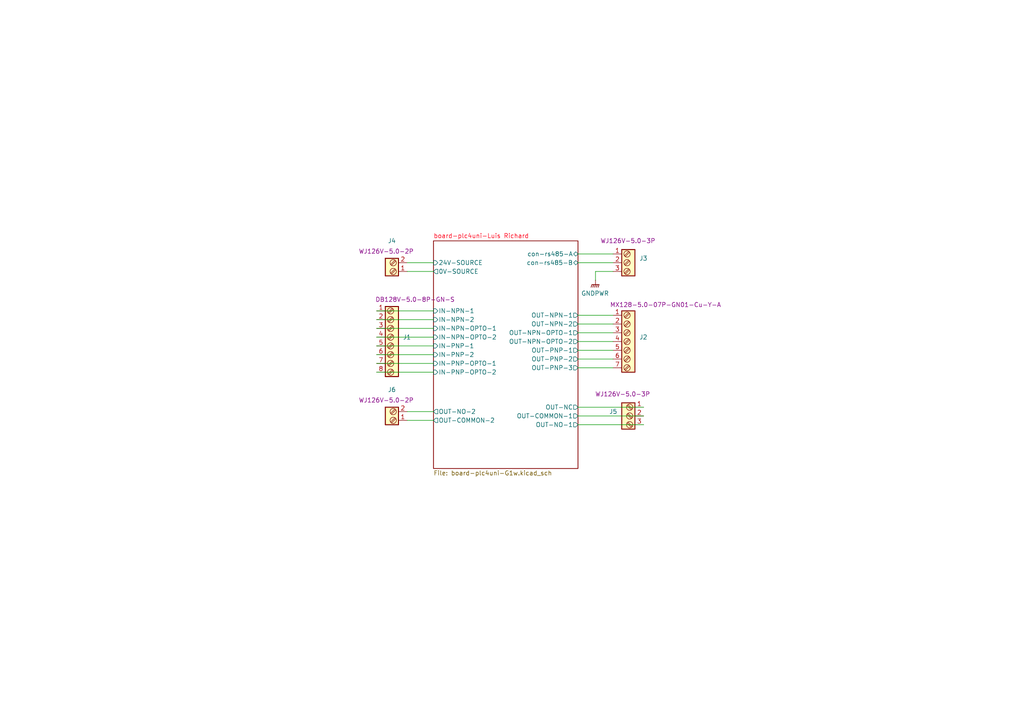
<source format=kicad_sch>
(kicad_sch
	(version 20250114)
	(generator "eeschema")
	(generator_version "9.0")
	(uuid "e17328de-3c60-4e8f-9f9b-3bd1344a1139")
	(paper "A4")
	(lib_symbols
		(symbol "PCM_SL_Screw_Terminal:Screw_Terminal_2_P5.00mm"
			(exclude_from_sim no)
			(in_bom yes)
			(on_board yes)
			(property "Reference" "J"
				(at 0 3.81 0)
				(effects
					(font
						(size 1.27 1.27)
					)
				)
			)
			(property "Value" "Screw_Terminal_2_P5.00mm"
				(at 0 -3.81 0)
				(effects
					(font
						(size 1.27 1.27)
					)
				)
			)
			(property "Footprint" "TerminalBlock_Phoenix:TerminalBlock_Phoenix_PT-1,5-2-5.0-H_1x02_P5.00mm_Horizontal"
				(at 1.27 -6.35 0)
				(effects
					(font
						(size 1.27 1.27)
					)
					(hide yes)
				)
			)
			(property "Datasheet" ""
				(at 0 0 0)
				(effects
					(font
						(size 1.27 1.27)
					)
					(hide yes)
				)
			)
			(property "Description" ""
				(at 0 0 0)
				(effects
					(font
						(size 1.27 1.27)
					)
					(hide yes)
				)
			)
			(property "ki_keywords" "Screw Terminal"
				(at 0 0 0)
				(effects
					(font
						(size 1.27 1.27)
					)
					(hide yes)
				)
			)
			(symbol "Screw_Terminal_2_P5.00mm_0_1"
				(rectangle
					(start -1.27 2.54)
					(end 2.54 -2.54)
					(stroke
						(width 0.3)
						(type default)
					)
					(fill
						(type background)
					)
				)
				(polyline
					(pts
						(xy -0.254 0.508) (xy 1.016 1.778)
					)
					(stroke
						(width 0)
						(type default)
					)
					(fill
						(type none)
					)
				)
				(polyline
					(pts
						(xy -0.254 -2.032) (xy 1.016 -0.762)
					)
					(stroke
						(width 0)
						(type default)
					)
					(fill
						(type none)
					)
				)
				(polyline
					(pts
						(xy 0 1.27) (xy -0.508 0.762) (xy 0.762 2.032)
					)
					(stroke
						(width 0)
						(type default)
					)
					(fill
						(type none)
					)
				)
				(polyline
					(pts
						(xy 0 -1.27) (xy -0.508 -1.778) (xy 0.762 -0.508)
					)
					(stroke
						(width 0)
						(type default)
					)
					(fill
						(type none)
					)
				)
				(circle
					(center 0.254 1.27)
					(radius 0.9158)
					(stroke
						(width 0)
						(type default)
					)
					(fill
						(type none)
					)
				)
				(circle
					(center 0.254 -1.27)
					(radius 0.9158)
					(stroke
						(width 0)
						(type default)
					)
					(fill
						(type none)
					)
				)
			)
			(symbol "Screw_Terminal_2_P5.00mm_1_1"
				(pin passive line
					(at -3.81 1.27 0)
					(length 2.54)
					(name ""
						(effects
							(font
								(size 1.27 1.27)
							)
						)
					)
					(number "1"
						(effects
							(font
								(size 1.27 1.27)
							)
						)
					)
				)
				(pin passive line
					(at -3.81 -1.27 0)
					(length 2.54)
					(name ""
						(effects
							(font
								(size 1.27 1.27)
							)
						)
					)
					(number "2"
						(effects
							(font
								(size 1.27 1.27)
							)
						)
					)
				)
			)
			(embedded_fonts no)
		)
		(symbol "PCM_SL_Screw_Terminal:Screw_Terminal_3_P5.00mm"
			(exclude_from_sim no)
			(in_bom yes)
			(on_board yes)
			(property "Reference" "J"
				(at 0 5.842 0)
				(effects
					(font
						(size 1.27 1.27)
					)
				)
			)
			(property "Value" "Screw_Terminal_3_P5.00mm"
				(at 1.27 -5.588 0)
				(effects
					(font
						(size 1.27 1.27)
					)
				)
			)
			(property "Footprint" "TerminalBlock_Phoenix:TerminalBlock_Phoenix_PT-1,5-3-5.0-H_1x03_P5.00mm_Horizontal"
				(at 1.27 -7.62 0)
				(effects
					(font
						(size 1.27 1.27)
					)
					(hide yes)
				)
			)
			(property "Datasheet" ""
				(at 0 1.27 0)
				(effects
					(font
						(size 1.27 1.27)
					)
					(hide yes)
				)
			)
			(property "Description" ""
				(at 0 0 0)
				(effects
					(font
						(size 1.27 1.27)
					)
					(hide yes)
				)
			)
			(symbol "Screw_Terminal_3_P5.00mm_0_1"
				(rectangle
					(start -1.27 3.81)
					(end 2.54 -3.81)
					(stroke
						(width 0.3)
						(type default)
					)
					(fill
						(type background)
					)
				)
				(polyline
					(pts
						(xy -0.254 1.778) (xy 1.016 3.048)
					)
					(stroke
						(width 0)
						(type default)
					)
					(fill
						(type none)
					)
				)
				(polyline
					(pts
						(xy -0.254 -0.762) (xy 1.016 0.508)
					)
					(stroke
						(width 0)
						(type default)
					)
					(fill
						(type none)
					)
				)
				(polyline
					(pts
						(xy -0.254 -3.302) (xy 1.016 -2.032)
					)
					(stroke
						(width 0)
						(type default)
					)
					(fill
						(type none)
					)
				)
				(polyline
					(pts
						(xy 0 2.54) (xy -0.508 2.032) (xy 0.762 3.302)
					)
					(stroke
						(width 0)
						(type default)
					)
					(fill
						(type none)
					)
				)
				(polyline
					(pts
						(xy 0 0) (xy -0.508 -0.508) (xy 0.762 0.762)
					)
					(stroke
						(width 0)
						(type default)
					)
					(fill
						(type none)
					)
				)
				(polyline
					(pts
						(xy 0 -2.54) (xy -0.508 -3.048) (xy 0.762 -1.778)
					)
					(stroke
						(width 0)
						(type default)
					)
					(fill
						(type none)
					)
				)
				(circle
					(center 0.254 2.54)
					(radius 0.9158)
					(stroke
						(width 0)
						(type default)
					)
					(fill
						(type none)
					)
				)
				(circle
					(center 0.254 0)
					(radius 0.9158)
					(stroke
						(width 0)
						(type default)
					)
					(fill
						(type none)
					)
				)
				(circle
					(center 0.254 -2.54)
					(radius 0.9158)
					(stroke
						(width 0)
						(type default)
					)
					(fill
						(type none)
					)
				)
			)
			(symbol "Screw_Terminal_3_P5.00mm_1_1"
				(pin passive line
					(at -3.81 2.54 0)
					(length 2.54)
					(name ""
						(effects
							(font
								(size 1.27 1.27)
							)
						)
					)
					(number "1"
						(effects
							(font
								(size 1.27 1.27)
							)
						)
					)
				)
				(pin passive line
					(at -3.81 0 0)
					(length 2.54)
					(name ""
						(effects
							(font
								(size 1.27 1.27)
							)
						)
					)
					(number "2"
						(effects
							(font
								(size 1.27 1.27)
							)
						)
					)
				)
				(pin passive line
					(at -3.81 -2.54 0)
					(length 2.54)
					(name ""
						(effects
							(font
								(size 1.27 1.27)
							)
						)
					)
					(number "3"
						(effects
							(font
								(size 1.27 1.27)
							)
						)
					)
				)
			)
			(embedded_fonts no)
		)
		(symbol "PCM_SL_Screw_Terminal:Screw_Terminal_7_P5.00mm"
			(exclude_from_sim no)
			(in_bom yes)
			(on_board yes)
			(property "Reference" "J"
				(at 0 10.16 0)
				(effects
					(font
						(size 1.27 1.27)
					)
				)
			)
			(property "Value" "Screw_Terminal_7_P5.00mm"
				(at 1.27 -10.16 0)
				(effects
					(font
						(size 1.27 1.27)
					)
				)
			)
			(property "Footprint" "TerminalBlock_Phoenix:TerminalBlock_Phoenix_PT-1,5-7-5.0-H_1x07_P5.00mm_Horizontal"
				(at 1.27 -12.7 0)
				(effects
					(font
						(size 1.27 1.27)
					)
					(hide yes)
				)
			)
			(property "Datasheet" ""
				(at 0 6.35 0)
				(effects
					(font
						(size 1.27 1.27)
					)
					(hide yes)
				)
			)
			(property "Description" ""
				(at 0 0 0)
				(effects
					(font
						(size 1.27 1.27)
					)
					(hide yes)
				)
			)
			(symbol "Screw_Terminal_7_P5.00mm_0_1"
				(rectangle
					(start -1.27 8.89)
					(end 2.54 -8.89)
					(stroke
						(width 0.3)
						(type default)
					)
					(fill
						(type background)
					)
				)
				(polyline
					(pts
						(xy -0.254 6.858) (xy 1.016 8.128)
					)
					(stroke
						(width 0)
						(type default)
					)
					(fill
						(type none)
					)
				)
				(polyline
					(pts
						(xy -0.254 4.318) (xy 1.016 5.588)
					)
					(stroke
						(width 0)
						(type default)
					)
					(fill
						(type none)
					)
				)
				(polyline
					(pts
						(xy -0.254 1.778) (xy 1.016 3.048)
					)
					(stroke
						(width 0)
						(type default)
					)
					(fill
						(type none)
					)
				)
				(polyline
					(pts
						(xy -0.254 -0.762) (xy 1.016 0.508)
					)
					(stroke
						(width 0)
						(type default)
					)
					(fill
						(type none)
					)
				)
				(polyline
					(pts
						(xy -0.254 -3.302) (xy 1.016 -2.032)
					)
					(stroke
						(width 0)
						(type default)
					)
					(fill
						(type none)
					)
				)
				(polyline
					(pts
						(xy -0.254 -5.842) (xy 1.016 -4.572)
					)
					(stroke
						(width 0)
						(type default)
					)
					(fill
						(type none)
					)
				)
				(polyline
					(pts
						(xy -0.254 -8.382) (xy 1.016 -7.112)
					)
					(stroke
						(width 0)
						(type default)
					)
					(fill
						(type none)
					)
				)
				(polyline
					(pts
						(xy 0 7.62) (xy -0.508 7.112) (xy 0.762 8.382)
					)
					(stroke
						(width 0)
						(type default)
					)
					(fill
						(type none)
					)
				)
				(polyline
					(pts
						(xy 0 5.08) (xy -0.508 4.572) (xy 0.762 5.842)
					)
					(stroke
						(width 0)
						(type default)
					)
					(fill
						(type none)
					)
				)
				(polyline
					(pts
						(xy 0 2.54) (xy -0.508 2.032) (xy 0.762 3.302)
					)
					(stroke
						(width 0)
						(type default)
					)
					(fill
						(type none)
					)
				)
				(polyline
					(pts
						(xy 0 0) (xy -0.508 -0.508) (xy 0.762 0.762)
					)
					(stroke
						(width 0)
						(type default)
					)
					(fill
						(type none)
					)
				)
				(polyline
					(pts
						(xy 0 -2.54) (xy -0.508 -3.048) (xy 0.762 -1.778)
					)
					(stroke
						(width 0)
						(type default)
					)
					(fill
						(type none)
					)
				)
				(polyline
					(pts
						(xy 0 -5.08) (xy -0.508 -5.588) (xy 0.762 -4.318)
					)
					(stroke
						(width 0)
						(type default)
					)
					(fill
						(type none)
					)
				)
				(polyline
					(pts
						(xy 0 -7.62) (xy -0.508 -8.128) (xy 0.762 -6.858)
					)
					(stroke
						(width 0)
						(type default)
					)
					(fill
						(type none)
					)
				)
				(circle
					(center 0.254 7.62)
					(radius 0.9158)
					(stroke
						(width 0)
						(type default)
					)
					(fill
						(type none)
					)
				)
				(circle
					(center 0.254 5.08)
					(radius 0.9158)
					(stroke
						(width 0)
						(type default)
					)
					(fill
						(type none)
					)
				)
				(circle
					(center 0.254 2.54)
					(radius 0.9158)
					(stroke
						(width 0)
						(type default)
					)
					(fill
						(type none)
					)
				)
				(circle
					(center 0.254 0)
					(radius 0.9158)
					(stroke
						(width 0)
						(type default)
					)
					(fill
						(type none)
					)
				)
				(circle
					(center 0.254 -2.54)
					(radius 0.9158)
					(stroke
						(width 0)
						(type default)
					)
					(fill
						(type none)
					)
				)
				(circle
					(center 0.254 -5.08)
					(radius 0.9158)
					(stroke
						(width 0)
						(type default)
					)
					(fill
						(type none)
					)
				)
				(circle
					(center 0.254 -7.62)
					(radius 0.9158)
					(stroke
						(width 0)
						(type default)
					)
					(fill
						(type none)
					)
				)
			)
			(symbol "Screw_Terminal_7_P5.00mm_1_1"
				(pin passive line
					(at -3.81 7.62 0)
					(length 2.54)
					(name ""
						(effects
							(font
								(size 1.27 1.27)
							)
						)
					)
					(number "1"
						(effects
							(font
								(size 1.27 1.27)
							)
						)
					)
				)
				(pin passive line
					(at -3.81 5.08 0)
					(length 2.54)
					(name ""
						(effects
							(font
								(size 1.27 1.27)
							)
						)
					)
					(number "2"
						(effects
							(font
								(size 1.27 1.27)
							)
						)
					)
				)
				(pin passive line
					(at -3.81 2.54 0)
					(length 2.54)
					(name ""
						(effects
							(font
								(size 1.27 1.27)
							)
						)
					)
					(number "3"
						(effects
							(font
								(size 1.27 1.27)
							)
						)
					)
				)
				(pin passive line
					(at -3.81 0 0)
					(length 2.54)
					(name ""
						(effects
							(font
								(size 1.27 1.27)
							)
						)
					)
					(number "4"
						(effects
							(font
								(size 1.27 1.27)
							)
						)
					)
				)
				(pin passive line
					(at -3.81 -2.54 0)
					(length 2.54)
					(name ""
						(effects
							(font
								(size 1.27 1.27)
							)
						)
					)
					(number "5"
						(effects
							(font
								(size 1.27 1.27)
							)
						)
					)
				)
				(pin passive line
					(at -3.81 -5.08 0)
					(length 2.54)
					(name ""
						(effects
							(font
								(size 1.27 1.27)
							)
						)
					)
					(number "6"
						(effects
							(font
								(size 1.27 1.27)
							)
						)
					)
				)
				(pin passive line
					(at -3.81 -7.62 0)
					(length 2.54)
					(name ""
						(effects
							(font
								(size 1.27 1.27)
							)
						)
					)
					(number "7"
						(effects
							(font
								(size 1.27 1.27)
							)
						)
					)
				)
			)
			(embedded_fonts no)
		)
		(symbol "PCM_SL_Screw_Terminal:Screw_Terminal_8_P5.00mm"
			(exclude_from_sim no)
			(in_bom yes)
			(on_board yes)
			(property "Reference" "J"
				(at 0 11.43 0)
				(effects
					(font
						(size 1.27 1.27)
					)
				)
			)
			(property "Value" "Screw_Terminal_8_P5.00mm"
				(at 1.27 -11.43 0)
				(effects
					(font
						(size 1.27 1.27)
					)
				)
			)
			(property "Footprint" "TerminalBlock_Phoenix:TerminalBlock_Phoenix_PT-1,5-8-5.0-H_1x08_P5.00mm_Horizontal"
				(at 1.27 -13.97 0)
				(effects
					(font
						(size 1.27 1.27)
					)
					(hide yes)
				)
			)
			(property "Datasheet" ""
				(at 0 7.62 0)
				(effects
					(font
						(size 1.27 1.27)
					)
					(hide yes)
				)
			)
			(property "Description" ""
				(at 0 0 0)
				(effects
					(font
						(size 1.27 1.27)
					)
					(hide yes)
				)
			)
			(symbol "Screw_Terminal_8_P5.00mm_0_1"
				(rectangle
					(start -1.27 10.16)
					(end 2.54 -10.16)
					(stroke
						(width 0.3)
						(type default)
					)
					(fill
						(type background)
					)
				)
				(polyline
					(pts
						(xy -0.254 8.128) (xy 1.016 9.398)
					)
					(stroke
						(width 0)
						(type default)
					)
					(fill
						(type none)
					)
				)
				(polyline
					(pts
						(xy -0.254 5.588) (xy 1.016 6.858)
					)
					(stroke
						(width 0)
						(type default)
					)
					(fill
						(type none)
					)
				)
				(polyline
					(pts
						(xy -0.254 3.048) (xy 1.016 4.318)
					)
					(stroke
						(width 0)
						(type default)
					)
					(fill
						(type none)
					)
				)
				(polyline
					(pts
						(xy -0.254 0.508) (xy 1.016 1.778)
					)
					(stroke
						(width 0)
						(type default)
					)
					(fill
						(type none)
					)
				)
				(polyline
					(pts
						(xy -0.254 -2.032) (xy 1.016 -0.762)
					)
					(stroke
						(width 0)
						(type default)
					)
					(fill
						(type none)
					)
				)
				(polyline
					(pts
						(xy -0.254 -4.572) (xy 1.016 -3.302)
					)
					(stroke
						(width 0)
						(type default)
					)
					(fill
						(type none)
					)
				)
				(polyline
					(pts
						(xy -0.254 -7.112) (xy 1.016 -5.842)
					)
					(stroke
						(width 0)
						(type default)
					)
					(fill
						(type none)
					)
				)
				(polyline
					(pts
						(xy -0.254 -9.652) (xy 1.016 -8.382)
					)
					(stroke
						(width 0)
						(type default)
					)
					(fill
						(type none)
					)
				)
				(polyline
					(pts
						(xy 0 8.89) (xy -0.508 8.382) (xy 0.762 9.652)
					)
					(stroke
						(width 0)
						(type default)
					)
					(fill
						(type none)
					)
				)
				(polyline
					(pts
						(xy 0 6.35) (xy -0.508 5.842) (xy 0.762 7.112)
					)
					(stroke
						(width 0)
						(type default)
					)
					(fill
						(type none)
					)
				)
				(polyline
					(pts
						(xy 0 3.81) (xy -0.508 3.302) (xy 0.762 4.572)
					)
					(stroke
						(width 0)
						(type default)
					)
					(fill
						(type none)
					)
				)
				(polyline
					(pts
						(xy 0 1.27) (xy -0.508 0.762) (xy 0.762 2.032)
					)
					(stroke
						(width 0)
						(type default)
					)
					(fill
						(type none)
					)
				)
				(polyline
					(pts
						(xy 0 -1.27) (xy -0.508 -1.778) (xy 0.762 -0.508)
					)
					(stroke
						(width 0)
						(type default)
					)
					(fill
						(type none)
					)
				)
				(polyline
					(pts
						(xy 0 -3.81) (xy -0.508 -4.318) (xy 0.762 -3.048)
					)
					(stroke
						(width 0)
						(type default)
					)
					(fill
						(type none)
					)
				)
				(polyline
					(pts
						(xy 0 -6.35) (xy -0.508 -6.858) (xy 0.762 -5.588)
					)
					(stroke
						(width 0)
						(type default)
					)
					(fill
						(type none)
					)
				)
				(polyline
					(pts
						(xy 0 -8.89) (xy -0.508 -9.398) (xy 0.762 -8.128)
					)
					(stroke
						(width 0)
						(type default)
					)
					(fill
						(type none)
					)
				)
				(circle
					(center 0.254 8.89)
					(radius 0.9158)
					(stroke
						(width 0)
						(type default)
					)
					(fill
						(type none)
					)
				)
				(circle
					(center 0.254 6.35)
					(radius 0.9158)
					(stroke
						(width 0)
						(type default)
					)
					(fill
						(type none)
					)
				)
				(circle
					(center 0.254 3.81)
					(radius 0.9158)
					(stroke
						(width 0)
						(type default)
					)
					(fill
						(type none)
					)
				)
				(circle
					(center 0.254 1.27)
					(radius 0.9158)
					(stroke
						(width 0)
						(type default)
					)
					(fill
						(type none)
					)
				)
				(circle
					(center 0.254 -1.27)
					(radius 0.9158)
					(stroke
						(width 0)
						(type default)
					)
					(fill
						(type none)
					)
				)
				(circle
					(center 0.254 -3.81)
					(radius 0.9158)
					(stroke
						(width 0)
						(type default)
					)
					(fill
						(type none)
					)
				)
				(circle
					(center 0.254 -6.35)
					(radius 0.9158)
					(stroke
						(width 0)
						(type default)
					)
					(fill
						(type none)
					)
				)
				(circle
					(center 0.254 -8.89)
					(radius 0.9158)
					(stroke
						(width 0)
						(type default)
					)
					(fill
						(type none)
					)
				)
			)
			(symbol "Screw_Terminal_8_P5.00mm_1_1"
				(pin passive line
					(at -3.81 8.89 0)
					(length 2.54)
					(name ""
						(effects
							(font
								(size 1.27 1.27)
							)
						)
					)
					(number "1"
						(effects
							(font
								(size 1.27 1.27)
							)
						)
					)
				)
				(pin passive line
					(at -3.81 6.35 0)
					(length 2.54)
					(name ""
						(effects
							(font
								(size 1.27 1.27)
							)
						)
					)
					(number "2"
						(effects
							(font
								(size 1.27 1.27)
							)
						)
					)
				)
				(pin passive line
					(at -3.81 3.81 0)
					(length 2.54)
					(name ""
						(effects
							(font
								(size 1.27 1.27)
							)
						)
					)
					(number "3"
						(effects
							(font
								(size 1.27 1.27)
							)
						)
					)
				)
				(pin passive line
					(at -3.81 1.27 0)
					(length 2.54)
					(name ""
						(effects
							(font
								(size 1.27 1.27)
							)
						)
					)
					(number "4"
						(effects
							(font
								(size 1.27 1.27)
							)
						)
					)
				)
				(pin passive line
					(at -3.81 -1.27 0)
					(length 2.54)
					(name ""
						(effects
							(font
								(size 1.27 1.27)
							)
						)
					)
					(number "5"
						(effects
							(font
								(size 1.27 1.27)
							)
						)
					)
				)
				(pin passive line
					(at -3.81 -3.81 0)
					(length 2.54)
					(name ""
						(effects
							(font
								(size 1.27 1.27)
							)
						)
					)
					(number "6"
						(effects
							(font
								(size 1.27 1.27)
							)
						)
					)
				)
				(pin passive line
					(at -3.81 -6.35 0)
					(length 2.54)
					(name ""
						(effects
							(font
								(size 1.27 1.27)
							)
						)
					)
					(number "7"
						(effects
							(font
								(size 1.27 1.27)
							)
						)
					)
				)
				(pin passive line
					(at -3.81 -8.89 0)
					(length 2.54)
					(name ""
						(effects
							(font
								(size 1.27 1.27)
							)
						)
					)
					(number "8"
						(effects
							(font
								(size 1.27 1.27)
							)
						)
					)
				)
			)
			(embedded_fonts no)
		)
		(symbol "power:GNDPWR"
			(power)
			(pin_numbers
				(hide yes)
			)
			(pin_names
				(offset 0)
				(hide yes)
			)
			(exclude_from_sim no)
			(in_bom yes)
			(on_board yes)
			(property "Reference" "#PWR"
				(at 0 -5.08 0)
				(effects
					(font
						(size 1.27 1.27)
					)
					(hide yes)
				)
			)
			(property "Value" "GNDPWR"
				(at 0 -3.302 0)
				(effects
					(font
						(size 1.27 1.27)
					)
				)
			)
			(property "Footprint" ""
				(at 0 -1.27 0)
				(effects
					(font
						(size 1.27 1.27)
					)
					(hide yes)
				)
			)
			(property "Datasheet" ""
				(at 0 -1.27 0)
				(effects
					(font
						(size 1.27 1.27)
					)
					(hide yes)
				)
			)
			(property "Description" "Power symbol creates a global label with name \"GNDPWR\" , global ground"
				(at 0 0 0)
				(effects
					(font
						(size 1.27 1.27)
					)
					(hide yes)
				)
			)
			(property "ki_keywords" "global ground"
				(at 0 0 0)
				(effects
					(font
						(size 1.27 1.27)
					)
					(hide yes)
				)
			)
			(symbol "GNDPWR_0_1"
				(polyline
					(pts
						(xy -1.016 -1.27) (xy -1.27 -2.032) (xy -1.27 -2.032)
					)
					(stroke
						(width 0.2032)
						(type default)
					)
					(fill
						(type none)
					)
				)
				(polyline
					(pts
						(xy -0.508 -1.27) (xy -0.762 -2.032) (xy -0.762 -2.032)
					)
					(stroke
						(width 0.2032)
						(type default)
					)
					(fill
						(type none)
					)
				)
				(polyline
					(pts
						(xy 0 -1.27) (xy 0 0)
					)
					(stroke
						(width 0)
						(type default)
					)
					(fill
						(type none)
					)
				)
				(polyline
					(pts
						(xy 0 -1.27) (xy -0.254 -2.032) (xy -0.254 -2.032)
					)
					(stroke
						(width 0.2032)
						(type default)
					)
					(fill
						(type none)
					)
				)
				(polyline
					(pts
						(xy 0.508 -1.27) (xy 0.254 -2.032) (xy 0.254 -2.032)
					)
					(stroke
						(width 0.2032)
						(type default)
					)
					(fill
						(type none)
					)
				)
				(polyline
					(pts
						(xy 1.016 -1.27) (xy -1.016 -1.27) (xy -1.016 -1.27)
					)
					(stroke
						(width 0.2032)
						(type default)
					)
					(fill
						(type none)
					)
				)
				(polyline
					(pts
						(xy 1.016 -1.27) (xy 0.762 -2.032) (xy 0.762 -2.032) (xy 0.762 -2.032)
					)
					(stroke
						(width 0.2032)
						(type default)
					)
					(fill
						(type none)
					)
				)
			)
			(symbol "GNDPWR_1_1"
				(pin power_in line
					(at 0 0 270)
					(length 0)
					(name "~"
						(effects
							(font
								(size 1.27 1.27)
							)
						)
					)
					(number "1"
						(effects
							(font
								(size 1.27 1.27)
							)
						)
					)
				)
			)
			(embedded_fonts no)
		)
	)
	(wire
		(pts
			(xy 118.11 78.74) (xy 125.73 78.74)
		)
		(stroke
			(width 0)
			(type default)
		)
		(uuid "01682b0a-af8c-43be-b497-0df23750293b")
	)
	(wire
		(pts
			(xy 125.73 100.33) (xy 109.22 100.33)
		)
		(stroke
			(width 0)
			(type default)
		)
		(uuid "0d3b3cb2-08fd-4613-954b-45fe4a535c22")
	)
	(wire
		(pts
			(xy 186.69 120.65) (xy 167.64 120.65)
		)
		(stroke
			(width 0)
			(type default)
		)
		(uuid "160a7527-ebec-443d-963e-59b6060f701a")
	)
	(wire
		(pts
			(xy 167.64 104.14) (xy 177.8 104.14)
		)
		(stroke
			(width 0)
			(type default)
		)
		(uuid "19a600f7-e7d1-46c9-a98a-fb63030219e4")
	)
	(wire
		(pts
			(xy 118.11 119.38) (xy 125.73 119.38)
		)
		(stroke
			(width 0)
			(type default)
		)
		(uuid "1e25272b-4ba9-4a65-8271-74ca075c589f")
	)
	(wire
		(pts
			(xy 167.64 91.44) (xy 177.8 91.44)
		)
		(stroke
			(width 0)
			(type default)
		)
		(uuid "43f3bb73-b2b4-46a5-b1ad-6702b4da64ca")
	)
	(wire
		(pts
			(xy 167.64 93.98) (xy 177.8 93.98)
		)
		(stroke
			(width 0)
			(type default)
		)
		(uuid "5785f46d-dc82-4685-a7af-397c695547aa")
	)
	(wire
		(pts
			(xy 125.73 92.71) (xy 109.22 92.71)
		)
		(stroke
			(width 0)
			(type default)
		)
		(uuid "5d23bb09-2377-47b6-a613-8e878d04442b")
	)
	(wire
		(pts
			(xy 167.64 73.66) (xy 177.8 73.66)
		)
		(stroke
			(width 0)
			(type default)
		)
		(uuid "6f9d18fc-7f3e-4247-9e01-5f48d806398d")
	)
	(wire
		(pts
			(xy 125.73 95.25) (xy 109.22 95.25)
		)
		(stroke
			(width 0)
			(type default)
		)
		(uuid "6fbd42fc-bcf8-4427-ba3b-4c7023a0e1d0")
	)
	(wire
		(pts
			(xy 167.64 99.06) (xy 177.8 99.06)
		)
		(stroke
			(width 0)
			(type default)
		)
		(uuid "773e1e57-ad6f-4445-8c9b-d90bd1f0eb92")
	)
	(wire
		(pts
			(xy 167.64 96.52) (xy 177.8 96.52)
		)
		(stroke
			(width 0)
			(type default)
		)
		(uuid "7df4da91-6441-4d21-9ef6-69017428c1d0")
	)
	(wire
		(pts
			(xy 125.73 90.17) (xy 109.22 90.17)
		)
		(stroke
			(width 0)
			(type default)
		)
		(uuid "7e448ce0-bc39-443a-ace3-12c948d479e4")
	)
	(wire
		(pts
			(xy 167.64 106.68) (xy 177.8 106.68)
		)
		(stroke
			(width 0)
			(type default)
		)
		(uuid "8381c200-ca2a-4102-9d94-8f38dbff266e")
	)
	(wire
		(pts
			(xy 118.11 121.92) (xy 125.73 121.92)
		)
		(stroke
			(width 0)
			(type default)
		)
		(uuid "969352a3-5956-450c-91b9-a6e51f5dc7ec")
	)
	(wire
		(pts
			(xy 125.73 97.79) (xy 109.22 97.79)
		)
		(stroke
			(width 0)
			(type default)
		)
		(uuid "97bfed6a-8708-4793-a58b-241dce412f31")
	)
	(wire
		(pts
			(xy 167.64 76.2) (xy 177.8 76.2)
		)
		(stroke
			(width 0)
			(type default)
		)
		(uuid "99c4af26-fa5d-4dff-a5f4-9682c2f58f36")
	)
	(wire
		(pts
			(xy 177.8 78.74) (xy 172.72 78.74)
		)
		(stroke
			(width 0)
			(type default)
		)
		(uuid "aa7c9574-e7ce-46f5-8749-0ede4dfcc726")
	)
	(wire
		(pts
			(xy 186.69 118.11) (xy 167.64 118.11)
		)
		(stroke
			(width 0)
			(type default)
		)
		(uuid "b4645dd1-a5fd-4d32-ad7b-f3c31df23c21")
	)
	(wire
		(pts
			(xy 172.72 78.74) (xy 172.72 81.28)
		)
		(stroke
			(width 0)
			(type default)
		)
		(uuid "b9b6819c-2b83-4769-be78-3dc41282909e")
	)
	(wire
		(pts
			(xy 167.64 101.6) (xy 177.8 101.6)
		)
		(stroke
			(width 0)
			(type default)
		)
		(uuid "bf44e163-c2ed-443f-8569-667c5ad25bb3")
	)
	(wire
		(pts
			(xy 186.69 123.19) (xy 167.64 123.19)
		)
		(stroke
			(width 0)
			(type default)
		)
		(uuid "cb71bcb0-aff3-4118-b745-b78ced7467c0")
	)
	(wire
		(pts
			(xy 125.73 105.41) (xy 109.22 105.41)
		)
		(stroke
			(width 0)
			(type default)
		)
		(uuid "d2b2cd9a-1fbd-4fe2-9ae4-cfbf64d5a4ab")
	)
	(wire
		(pts
			(xy 118.11 76.2) (xy 125.73 76.2)
		)
		(stroke
			(width 0)
			(type default)
		)
		(uuid "dc18bbc9-7ece-4770-b37e-0ddd980c4015")
	)
	(wire
		(pts
			(xy 125.73 107.95) (xy 109.22 107.95)
		)
		(stroke
			(width 0)
			(type default)
		)
		(uuid "e6e05364-06b2-4bb6-8884-d38e03832081")
	)
	(wire
		(pts
			(xy 125.73 102.87) (xy 109.22 102.87)
		)
		(stroke
			(width 0)
			(type default)
		)
		(uuid "e9aaf7c5-963b-4c7c-bf4d-926082d7c86b")
	)
	(symbol
		(lib_id "PCM_SL_Screw_Terminal:Screw_Terminal_8_P5.00mm")
		(at 113.03 99.06 0)
		(unit 1)
		(exclude_from_sim no)
		(in_bom yes)
		(on_board yes)
		(dnp no)
		(uuid "3cddcfb9-563a-4605-9cfe-b1a6f178aa0b")
		(property "Reference" "J1"
			(at 116.84 97.7899 0)
			(effects
				(font
					(size 1.27 1.27)
				)
				(justify left)
			)
		)
		(property "Value" "Screw_Terminal_8_P5.00mm"
			(at 116.84 100.3299 0)
			(effects
				(font
					(size 1.27 1.27)
				)
				(justify left)
				(hide yes)
			)
		)
		(property "Footprint" "TerminalBlock_Phoenix:TerminalBlock_Phoenix_PT-1,5-8-5.0-H_1x08_P5.00mm_Horizontal"
			(at 114.3 113.03 0)
			(effects
				(font
					(size 1.27 1.27)
				)
				(hide yes)
			)
		)
		(property "Datasheet" ""
			(at 113.03 91.44 0)
			(effects
				(font
					(size 1.27 1.27)
				)
				(hide yes)
			)
		)
		(property "Description" ""
			(at 113.03 99.06 0)
			(effects
				(font
					(size 1.27 1.27)
				)
				(hide yes)
			)
		)
		(property "Part number" "DB128V-5.0-8P-GN-S"
			(at 120.396 86.868 0)
			(effects
				(font
					(size 1.27 1.27)
				)
			)
		)
		(pin "1"
			(uuid "d1b4abad-7662-49a8-b2e5-5b8a0b5e4fe3")
		)
		(pin "4"
			(uuid "c4067109-47be-4bcf-8548-a9a31fc95bf8")
		)
		(pin "6"
			(uuid "eb8f66e6-ea79-4729-9325-b899875da18d")
		)
		(pin "2"
			(uuid "c6b0b386-e7b3-447f-a03e-38f22ca55c7b")
		)
		(pin "3"
			(uuid "aa750681-9cb6-4bc7-b834-87b46634e58f")
		)
		(pin "5"
			(uuid "840f3928-d79d-4660-8e4e-48c1260e91ad")
		)
		(pin "7"
			(uuid "192a09dd-57c0-45bc-b8c4-ce2fb5bc0456")
		)
		(pin "8"
			(uuid "f789fed9-8423-4b1b-8448-802fdd89a988")
		)
		(instances
			(project "PLC4UNI Richard"
				(path "/e17328de-3c60-4e8f-9f9b-3bd1344a1139"
					(reference "J1")
					(unit 1)
				)
			)
		)
	)
	(symbol
		(lib_id "PCM_SL_Screw_Terminal:Screw_Terminal_3_P5.00mm")
		(at 182.88 120.65 0)
		(mirror y)
		(unit 1)
		(exclude_from_sim no)
		(in_bom yes)
		(on_board yes)
		(dnp no)
		(uuid "705d24f3-43c8-4cb6-9517-30f779460e1b")
		(property "Reference" "J5"
			(at 179.07 119.3799 0)
			(effects
				(font
					(size 1.27 1.27)
				)
				(justify left)
			)
		)
		(property "Value" "Screw_Terminal_3_P5.00mm"
			(at 179.07 121.9199 0)
			(effects
				(font
					(size 1.27 1.27)
				)
				(justify left)
				(hide yes)
			)
		)
		(property "Footprint" "TerminalBlock_Phoenix:TerminalBlock_Phoenix_PT-1,5-3-5.0-H_1x03_P5.00mm_Horizontal"
			(at 181.61 128.27 0)
			(effects
				(font
					(size 1.27 1.27)
				)
				(hide yes)
			)
		)
		(property "Datasheet" ""
			(at 182.88 119.38 0)
			(effects
				(font
					(size 1.27 1.27)
				)
				(hide yes)
			)
		)
		(property "Description" ""
			(at 182.88 120.65 0)
			(effects
				(font
					(size 1.27 1.27)
				)
				(hide yes)
			)
		)
		(property "Part number" "WJ126V-5.0-3P"
			(at 180.594 114.3 0)
			(effects
				(font
					(size 1.27 1.27)
				)
			)
		)
		(pin "3"
			(uuid "23cf1d83-a305-4fc5-b574-f7c737622081")
		)
		(pin "1"
			(uuid "13416d82-901a-4389-a8a6-bfe0130f0b82")
		)
		(pin "2"
			(uuid "03b73d85-ac3b-4a33-91ae-53aa2eba5925")
		)
		(instances
			(project "PLC4UNI Richard"
				(path "/e17328de-3c60-4e8f-9f9b-3bd1344a1139"
					(reference "J5")
					(unit 1)
				)
			)
		)
	)
	(symbol
		(lib_id "PCM_SL_Screw_Terminal:Screw_Terminal_7_P5.00mm")
		(at 181.61 99.06 0)
		(unit 1)
		(exclude_from_sim no)
		(in_bom yes)
		(on_board yes)
		(dnp no)
		(uuid "739c6109-47e2-4c32-81e1-b7e7fe3d3803")
		(property "Reference" "J2"
			(at 185.42 97.7899 0)
			(effects
				(font
					(size 1.27 1.27)
				)
				(justify left)
			)
		)
		(property "Value" "Screw_Terminal_7_P5.00mm"
			(at 185.42 100.3299 0)
			(effects
				(font
					(size 1.27 1.27)
				)
				(justify left)
				(hide yes)
			)
		)
		(property "Footprint" "TerminalBlock_Phoenix:TerminalBlock_Phoenix_PT-1,5-7-5.0-H_1x07_P5.00mm_Horizontal"
			(at 182.88 111.76 0)
			(effects
				(font
					(size 1.27 1.27)
				)
				(hide yes)
			)
		)
		(property "Datasheet" ""
			(at 181.61 92.71 0)
			(effects
				(font
					(size 1.27 1.27)
				)
				(hide yes)
			)
		)
		(property "Description" ""
			(at 181.61 99.06 0)
			(effects
				(font
					(size 1.27 1.27)
				)
				(hide yes)
			)
		)
		(property "Part number" "MX128-5.0-07P-GN01-Cu-Y-A"
			(at 193.04 88.392 0)
			(effects
				(font
					(size 1.27 1.27)
				)
			)
		)
		(pin "5"
			(uuid "cddcebe7-e014-4466-b174-dfcf405633eb")
		)
		(pin "6"
			(uuid "79509b81-3976-409e-961d-651ec0af90fa")
		)
		(pin "3"
			(uuid "a8f53945-7e78-42a9-ae9c-71fc6557125e")
		)
		(pin "4"
			(uuid "09a6d9ed-0b54-4fab-9633-5c45904ecce6")
		)
		(pin "1"
			(uuid "902c02f7-22c8-456f-a2b1-416c115763be")
		)
		(pin "2"
			(uuid "52257f96-6f4f-40bf-b950-b0a4e92ad05e")
		)
		(pin "7"
			(uuid "3b49b010-c420-46f0-ab4b-d37ac2486795")
		)
		(instances
			(project "PLC4UNI Richard"
				(path "/e17328de-3c60-4e8f-9f9b-3bd1344a1139"
					(reference "J2")
					(unit 1)
				)
			)
		)
	)
	(symbol
		(lib_id "power:GNDPWR")
		(at 172.72 81.28 0)
		(unit 1)
		(exclude_from_sim no)
		(in_bom yes)
		(on_board yes)
		(dnp no)
		(fields_autoplaced yes)
		(uuid "7d418694-8dbd-4318-bdad-c53a05d0ca34")
		(property "Reference" "#PWR01"
			(at 172.72 86.36 0)
			(effects
				(font
					(size 1.27 1.27)
				)
				(hide yes)
			)
		)
		(property "Value" "GNDPWR"
			(at 172.593 85.09 0)
			(effects
				(font
					(size 1.27 1.27)
				)
			)
		)
		(property "Footprint" ""
			(at 172.72 82.55 0)
			(effects
				(font
					(size 1.27 1.27)
				)
				(hide yes)
			)
		)
		(property "Datasheet" ""
			(at 172.72 82.55 0)
			(effects
				(font
					(size 1.27 1.27)
				)
				(hide yes)
			)
		)
		(property "Description" "Power symbol creates a global label with name \"GNDPWR\" , global ground"
			(at 172.72 81.28 0)
			(effects
				(font
					(size 1.27 1.27)
				)
				(hide yes)
			)
		)
		(pin "1"
			(uuid "488d8326-7e50-4d41-afab-931148ed61f5")
		)
		(instances
			(project "PLC4UNI Richard"
				(path "/e17328de-3c60-4e8f-9f9b-3bd1344a1139"
					(reference "#PWR01")
					(unit 1)
				)
			)
		)
	)
	(symbol
		(lib_id "PCM_SL_Screw_Terminal:Screw_Terminal_2_P5.00mm")
		(at 114.3 120.65 180)
		(unit 1)
		(exclude_from_sim no)
		(in_bom yes)
		(on_board yes)
		(dnp no)
		(uuid "b34413ac-f6c4-42bc-b621-aa1aba289d3c")
		(property "Reference" "J6"
			(at 113.665 113.03 0)
			(effects
				(font
					(size 1.27 1.27)
				)
			)
		)
		(property "Value" "Screw_Terminal_2_P5.00mm"
			(at 113.665 115.57 0)
			(effects
				(font
					(size 1.27 1.27)
				)
				(hide yes)
			)
		)
		(property "Footprint" "TerminalBlock_Phoenix:TerminalBlock_Phoenix_PT-1,5-2-5.0-H_1x02_P5.00mm_Horizontal"
			(at 113.03 114.3 0)
			(effects
				(font
					(size 1.27 1.27)
				)
				(hide yes)
			)
		)
		(property "Datasheet" ""
			(at 114.3 120.65 0)
			(effects
				(font
					(size 1.27 1.27)
				)
				(hide yes)
			)
		)
		(property "Description" ""
			(at 114.3 120.65 0)
			(effects
				(font
					(size 1.27 1.27)
				)
				(hide yes)
			)
		)
		(property "Part number" "WJ126V-5.0-2P"
			(at 112.014 116.078 0)
			(effects
				(font
					(size 1.27 1.27)
				)
			)
		)
		(pin "1"
			(uuid "c1ee7bd0-1fce-4656-900e-086e3e717d2b")
		)
		(pin "2"
			(uuid "1c7fe48b-9d39-4376-b2ce-5a1245d0d2ed")
		)
		(instances
			(project "PLC4UNI Richard"
				(path "/e17328de-3c60-4e8f-9f9b-3bd1344a1139"
					(reference "J6")
					(unit 1)
				)
			)
		)
	)
	(symbol
		(lib_id "PCM_SL_Screw_Terminal:Screw_Terminal_3_P5.00mm")
		(at 181.61 76.2 0)
		(unit 1)
		(exclude_from_sim no)
		(in_bom yes)
		(on_board yes)
		(dnp no)
		(uuid "b82e050c-46d1-418a-889b-598d5fafd555")
		(property "Reference" "J3"
			(at 185.42 74.9299 0)
			(effects
				(font
					(size 1.27 1.27)
				)
				(justify left)
			)
		)
		(property "Value" "Screw_Terminal_3_P5.00mm"
			(at 185.42 77.4699 0)
			(effects
				(font
					(size 1.27 1.27)
				)
				(justify left)
				(hide yes)
			)
		)
		(property "Footprint" "TerminalBlock_Phoenix:TerminalBlock_Phoenix_PT-1,5-3-5.0-H_1x03_P5.00mm_Horizontal"
			(at 182.88 83.82 0)
			(effects
				(font
					(size 1.27 1.27)
				)
				(hide yes)
			)
		)
		(property "Datasheet" ""
			(at 181.61 74.93 0)
			(effects
				(font
					(size 1.27 1.27)
				)
				(hide yes)
			)
		)
		(property "Description" ""
			(at 181.61 76.2 0)
			(effects
				(font
					(size 1.27 1.27)
				)
				(hide yes)
			)
		)
		(property "Part number" "WJ126V-5.0-3P"
			(at 182.118 69.85 0)
			(effects
				(font
					(size 1.27 1.27)
				)
			)
		)
		(pin "3"
			(uuid "e71b3c54-0f19-43f8-9206-62c9d6df511f")
		)
		(pin "1"
			(uuid "109a13d3-b095-42e5-b33f-47483324c804")
		)
		(pin "2"
			(uuid "de936e87-2ce4-4c57-a86f-3de3acc03d64")
		)
		(instances
			(project "PLC4UNI Richard"
				(path "/e17328de-3c60-4e8f-9f9b-3bd1344a1139"
					(reference "J3")
					(unit 1)
				)
			)
		)
	)
	(symbol
		(lib_id "PCM_SL_Screw_Terminal:Screw_Terminal_2_P5.00mm")
		(at 114.3 77.47 180)
		(unit 1)
		(exclude_from_sim no)
		(in_bom yes)
		(on_board yes)
		(dnp no)
		(uuid "f181ba1f-ff96-4f86-a855-4d7633529584")
		(property "Reference" "J4"
			(at 113.665 69.85 0)
			(effects
				(font
					(size 1.27 1.27)
				)
			)
		)
		(property "Value" "Screw_Terminal_2_P5.00mm"
			(at 113.665 72.39 0)
			(effects
				(font
					(size 1.27 1.27)
				)
				(hide yes)
			)
		)
		(property "Footprint" "TerminalBlock_Phoenix:TerminalBlock_Phoenix_PT-1,5-2-5.0-H_1x02_P5.00mm_Horizontal"
			(at 113.03 71.12 0)
			(effects
				(font
					(size 1.27 1.27)
				)
				(hide yes)
			)
		)
		(property "Datasheet" ""
			(at 114.3 77.47 0)
			(effects
				(font
					(size 1.27 1.27)
				)
				(hide yes)
			)
		)
		(property "Description" ""
			(at 114.3 77.47 0)
			(effects
				(font
					(size 1.27 1.27)
				)
				(hide yes)
			)
		)
		(property "Part number" "WJ126V-5.0-2P"
			(at 112.014 72.898 0)
			(effects
				(font
					(size 1.27 1.27)
				)
			)
		)
		(pin "1"
			(uuid "91fd3e48-af87-4e15-bae3-0037ec44d50f")
		)
		(pin "2"
			(uuid "cb133494-8777-44e3-9349-31479886c538")
		)
		(instances
			(project "PLC4UNI Richard"
				(path "/e17328de-3c60-4e8f-9f9b-3bd1344a1139"
					(reference "J4")
					(unit 1)
				)
			)
		)
	)
	(sheet
		(at 125.73 69.85)
		(size 41.91 66.04)
		(exclude_from_sim no)
		(in_bom yes)
		(on_board yes)
		(dnp no)
		(fields_autoplaced yes)
		(stroke
			(width 0.1524)
			(type solid)
		)
		(fill
			(color 0 0 0 0.0000)
		)
		(uuid "357be21e-0672-4635-b90e-bd767b19c5e5")
		(property "Sheetname" "board-plc4uni-Luis Richard"
			(at 125.73 69.1384 0)
			(effects
				(font
					(size 1.27 1.27)
					(color 255 13 36 1)
				)
				(justify left bottom)
			)
		)
		(property "Sheetfile" "board-plc4uni-G1w.kicad_sch"
			(at 125.73 136.4746 0)
			(effects
				(font
					(size 1.27 1.27)
				)
				(justify left top)
			)
		)
		(pin "con-rs485-A" bidirectional
			(at 167.64 73.66 0)
			(uuid "52e8ddfd-0b6d-472a-9950-189f5984b4f4")
			(effects
				(font
					(size 1.27 1.27)
				)
				(justify right)
			)
		)
		(pin "con-rs485-B" bidirectional
			(at 167.64 76.2 0)
			(uuid "a2a02900-1b76-45a0-a4fa-acb0b3e79a68")
			(effects
				(font
					(size 1.27 1.27)
				)
				(justify right)
			)
		)
		(pin "IN-NPN-1" input
			(at 125.73 90.17 180)
			(uuid "7fd6b7ea-8ae2-4096-ad78-3f970b34c4b1")
			(effects
				(font
					(size 1.27 1.27)
				)
				(justify left)
			)
		)
		(pin "IN-NPN-2" input
			(at 125.73 92.71 180)
			(uuid "8f26fceb-844f-4bcd-ac08-0caae3b18eed")
			(effects
				(font
					(size 1.27 1.27)
				)
				(justify left)
			)
		)
		(pin "IN-NPN-OPTO-1" input
			(at 125.73 95.25 180)
			(uuid "5f94345a-a448-4f0f-939d-2f74e06ce320")
			(effects
				(font
					(size 1.27 1.27)
				)
				(justify left)
			)
		)
		(pin "IN-NPN-OPTO-2" input
			(at 125.73 97.79 180)
			(uuid "ddc27504-6c61-469c-ac31-8843132f2696")
			(effects
				(font
					(size 1.27 1.27)
				)
				(justify left)
			)
		)
		(pin "IN-PNP-1" input
			(at 125.73 100.33 180)
			(uuid "e05c351f-7576-4b08-b134-cf6d2f2dd54b")
			(effects
				(font
					(size 1.27 1.27)
				)
				(justify left)
			)
		)
		(pin "IN-PNP-2" input
			(at 125.73 102.87 180)
			(uuid "e36a62fb-dff0-4353-881c-f5125edb2bb5")
			(effects
				(font
					(size 1.27 1.27)
				)
				(justify left)
			)
		)
		(pin "IN-PNP-OPTO-1" input
			(at 125.73 105.41 180)
			(uuid "80652801-18d2-478e-ac6b-d0a08c2e6adc")
			(effects
				(font
					(size 1.27 1.27)
				)
				(justify left)
			)
		)
		(pin "IN-PNP-OPTO-2" input
			(at 125.73 107.95 180)
			(uuid "bce684ef-c698-47c2-ab61-3eba95bdc472")
			(effects
				(font
					(size 1.27 1.27)
				)
				(justify left)
			)
		)
		(pin "OUT-NPN-1" output
			(at 167.64 91.44 0)
			(uuid "14fabd8e-abee-4b68-8fd0-383444e35d29")
			(effects
				(font
					(size 1.27 1.27)
				)
				(justify right)
			)
		)
		(pin "OUT-NPN-2" output
			(at 167.64 93.98 0)
			(uuid "e66d2b2a-da36-4892-9250-fe5c695f6557")
			(effects
				(font
					(size 1.27 1.27)
				)
				(justify right)
			)
		)
		(pin "OUT-NPN-OPTO-1" output
			(at 167.64 96.52 0)
			(uuid "9ed64c6b-f9c9-4cfb-925c-6bb598dba297")
			(effects
				(font
					(size 1.27 1.27)
				)
				(justify right)
			)
		)
		(pin "OUT-NPN-OPTO-2" output
			(at 167.64 99.06 0)
			(uuid "fd51cfd9-fee8-489c-9899-2c69dbcd1bd8")
			(effects
				(font
					(size 1.27 1.27)
				)
				(justify right)
			)
		)
		(pin "OUT-PNP-1" output
			(at 167.64 101.6 0)
			(uuid "f45c4012-dcaf-4707-b2cb-c1589abe3a50")
			(effects
				(font
					(size 1.27 1.27)
				)
				(justify right)
			)
		)
		(pin "OUT-PNP-2" output
			(at 167.64 104.14 0)
			(uuid "a3e1ec4c-832a-425d-8d13-3ed84f878e4e")
			(effects
				(font
					(size 1.27 1.27)
				)
				(justify right)
			)
		)
		(pin "OUT-PNP-3" output
			(at 167.64 106.68 0)
			(uuid "67c44316-d187-4500-8f32-80d35d317223")
			(effects
				(font
					(size 1.27 1.27)
				)
				(justify right)
			)
		)
		(pin "0V-SOURCE" output
			(at 125.73 78.74 180)
			(uuid "823817ea-b6b1-4869-b4f7-6461f02dedf0")
			(effects
				(font
					(size 1.27 1.27)
				)
				(justify left)
			)
		)
		(pin "24V-SOURCE" input
			(at 125.73 76.2 180)
			(uuid "1f68fb32-9de0-47ee-84eb-5e96cb02ff1d")
			(effects
				(font
					(size 1.27 1.27)
				)
				(justify left)
			)
		)
		(pin "OUT-COMMON-1" output
			(at 167.64 120.65 0)
			(uuid "a5e8a3c7-a25d-41c8-bfae-2b246bf42829")
			(effects
				(font
					(size 1.27 1.27)
				)
				(justify right)
			)
		)
		(pin "OUT-COMMON-2" output
			(at 125.73 121.92 180)
			(uuid "77d245c8-ce7d-450e-b099-7ad6c544f2d7")
			(effects
				(font
					(size 1.27 1.27)
				)
				(justify left)
			)
		)
		(pin "OUT-NC" output
			(at 167.64 118.11 0)
			(uuid "b24ec14e-fcda-4be9-96fb-fda491edc005")
			(effects
				(font
					(size 1.27 1.27)
				)
				(justify right)
			)
		)
		(pin "OUT-NO-1" output
			(at 167.64 123.19 0)
			(uuid "906ec6f3-44b2-42da-93bf-d1fe489532ac")
			(effects
				(font
					(size 1.27 1.27)
				)
				(justify right)
			)
		)
		(pin "OUT-NO-2" output
			(at 125.73 119.38 180)
			(uuid "6938e06b-a8cb-40c5-b71d-72c3272bf876")
			(effects
				(font
					(size 1.27 1.27)
				)
				(justify left)
			)
		)
		(instances
			(project "PLC4UNI Richard"
				(path "/e17328de-3c60-4e8f-9f9b-3bd1344a1139"
					(page "2")
				)
			)
		)
	)
	(sheet_instances
		(path "/"
			(page "1")
		)
	)
	(embedded_fonts no)
)

</source>
